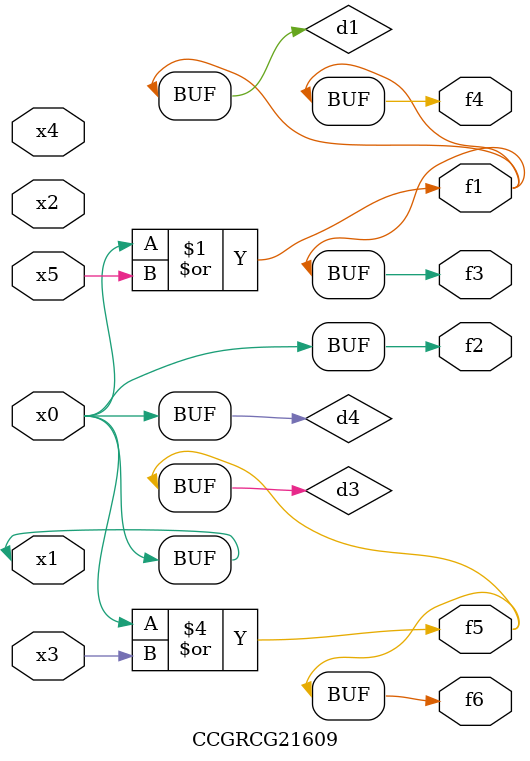
<source format=v>
module CCGRCG21609(
	input x0, x1, x2, x3, x4, x5,
	output f1, f2, f3, f4, f5, f6
);

	wire d1, d2, d3, d4;

	or (d1, x0, x5);
	xnor (d2, x1, x4);
	or (d3, x0, x3);
	buf (d4, x0, x1);
	assign f1 = d1;
	assign f2 = d4;
	assign f3 = d1;
	assign f4 = d1;
	assign f5 = d3;
	assign f6 = d3;
endmodule

</source>
